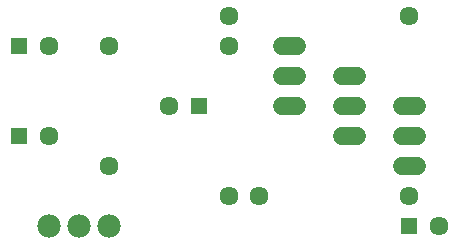
<source format=gts>
G75*
%MOIN*%
%OFA0B0*%
%FSLAX25Y25*%
%IPPOS*%
%LPD*%
%AMOC8*
5,1,8,0,0,1.08239X$1,22.5*
%
%ADD10C,0.06343*%
%ADD11R,0.05556X0.05556*%
%ADD12C,0.07800*%
%ADD13C,0.05950*%
D10*
X0056016Y0060337D03*
X0036016Y0070337D03*
X0076016Y0080337D03*
X0056016Y0100337D03*
X0036016Y0100337D03*
X0096016Y0100337D03*
X0096016Y0110337D03*
X0156016Y0110337D03*
X0156016Y0050337D03*
X0166016Y0040337D03*
X0106016Y0050337D03*
X0096016Y0050337D03*
D11*
X0086016Y0080337D03*
X0026016Y0070337D03*
X0026016Y0100337D03*
X0156016Y0040337D03*
D12*
X0036016Y0040337D03*
X0046016Y0040337D03*
X0056016Y0040337D03*
D13*
X0113442Y0080337D02*
X0118591Y0080337D01*
X0118591Y0090337D02*
X0113442Y0090337D01*
X0113442Y0100337D02*
X0118591Y0100337D01*
X0133442Y0090337D02*
X0138591Y0090337D01*
X0138591Y0080337D02*
X0133442Y0080337D01*
X0133442Y0070337D02*
X0138591Y0070337D01*
X0153442Y0070337D02*
X0158591Y0070337D01*
X0158591Y0060337D02*
X0153442Y0060337D01*
X0153442Y0080337D02*
X0158591Y0080337D01*
M02*

</source>
